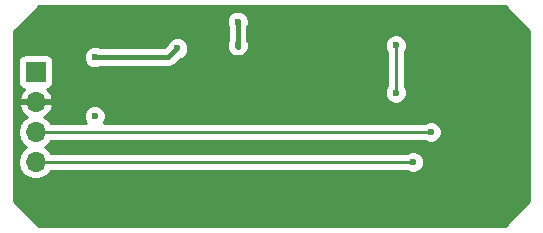
<source format=gbr>
G04 #@! TF.GenerationSoftware,KiCad,Pcbnew,(5.0.0-3-g5ebb6b6)*
G04 #@! TF.CreationDate,2020-03-13T11:28:04-04:00*
G04 #@! TF.ProjectId,Project,50726F6A6563742E6B696361645F7063,rev?*
G04 #@! TF.SameCoordinates,Original*
G04 #@! TF.FileFunction,Copper,L2,Bot,Signal*
G04 #@! TF.FilePolarity,Positive*
%FSLAX46Y46*%
G04 Gerber Fmt 4.6, Leading zero omitted, Abs format (unit mm)*
G04 Created by KiCad (PCBNEW (5.0.0-3-g5ebb6b6)) date Friday, March 13, 2020 at 11:28:04 AM*
%MOMM*%
%LPD*%
G01*
G04 APERTURE LIST*
G04 #@! TA.AperFunction,ComponentPad*
%ADD10R,1.700000X1.700000*%
G04 #@! TD*
G04 #@! TA.AperFunction,ComponentPad*
%ADD11O,1.700000X1.700000*%
G04 #@! TD*
G04 #@! TA.AperFunction,ViaPad*
%ADD12C,0.600000*%
G04 #@! TD*
G04 #@! TA.AperFunction,Conductor*
%ADD13C,0.400000*%
G04 #@! TD*
G04 #@! TA.AperFunction,Conductor*
%ADD14C,0.254000*%
G04 #@! TD*
G04 APERTURE END LIST*
D10*
G04 #@! TO.P,J1,1*
G04 #@! TO.N,VDD*
X100000000Y-101250000D03*
D11*
G04 #@! TO.P,J1,2*
G04 #@! TO.N,GND*
X100000000Y-103790000D03*
G04 #@! TO.P,J1,3*
G04 #@! TO.N,TX*
X100000000Y-106330000D03*
G04 #@! TO.P,J1,4*
G04 #@! TO.N,RX*
X100000000Y-108870000D03*
G04 #@! TD*
D12*
G04 #@! TO.N,GND*
X110500000Y-101000000D03*
X109750000Y-103750000D03*
X110000000Y-96000000D03*
X110000000Y-98000000D03*
X140250000Y-101500000D03*
X140250000Y-103750000D03*
X140250000Y-106250000D03*
X140250000Y-108750000D03*
X140250000Y-111250000D03*
X133500000Y-97750000D03*
X113750000Y-97000000D03*
X123000000Y-97750000D03*
G04 #@! TO.N,VDD*
X105000000Y-100000000D03*
X112000000Y-99250000D03*
G04 #@! TO.N,VBAT*
X105000000Y-105000000D03*
G04 #@! TO.N,RX*
X131970000Y-108870000D03*
G04 #@! TO.N,TX*
X133470000Y-106330000D03*
G04 #@! TO.N,V3_3*
X117100000Y-97000000D03*
X117100000Y-99000000D03*
G04 #@! TO.N,LED1*
X130500000Y-103000000D03*
X130500000Y-99000000D03*
G04 #@! TD*
D13*
G04 #@! TO.N,VDD*
X105000000Y-100000000D02*
X111250000Y-100000000D01*
X111250000Y-100000000D02*
X112000000Y-99250000D01*
X112000000Y-99250000D02*
X112000000Y-99250000D01*
D14*
G04 #@! TO.N,RX*
X100000000Y-108870000D02*
X131130000Y-108870000D01*
X130870000Y-108870000D02*
X131130000Y-108870000D01*
X131130000Y-108870000D02*
X130870000Y-108870000D01*
X131130000Y-108870000D02*
X131970000Y-108870000D01*
X131970000Y-108870000D02*
X131970000Y-108870000D01*
G04 #@! TO.N,TX*
X100000000Y-106330000D02*
X132330000Y-106330000D01*
X132330000Y-106330000D02*
X133470000Y-106330000D01*
X133470000Y-106330000D02*
X133470000Y-106330000D01*
D13*
G04 #@! TO.N,V3_3*
X117100000Y-97000000D02*
X117100000Y-99000000D01*
X117100000Y-99000000D02*
X117100000Y-99100000D01*
D14*
G04 #@! TO.N,LED1*
X130500000Y-103000000D02*
X130500000Y-99000000D01*
X130500000Y-99000000D02*
X130500000Y-99000000D01*
G04 #@! TD*
G04 #@! TO.N,GND*
G36*
X141790000Y-97794092D02*
X141790001Y-112205907D01*
X139705910Y-114290000D01*
X100294092Y-114290000D01*
X98210000Y-112205910D01*
X98210000Y-106330000D01*
X98485908Y-106330000D01*
X98601161Y-106909418D01*
X98929375Y-107400625D01*
X99227761Y-107600000D01*
X98929375Y-107799375D01*
X98601161Y-108290582D01*
X98485908Y-108870000D01*
X98601161Y-109449418D01*
X98929375Y-109940625D01*
X99420582Y-110268839D01*
X99853744Y-110355000D01*
X100146256Y-110355000D01*
X100579418Y-110268839D01*
X101070625Y-109940625D01*
X101276842Y-109632000D01*
X131409710Y-109632000D01*
X131440365Y-109662655D01*
X131784017Y-109805000D01*
X132155983Y-109805000D01*
X132499635Y-109662655D01*
X132762655Y-109399635D01*
X132905000Y-109055983D01*
X132905000Y-108684017D01*
X132762655Y-108340365D01*
X132499635Y-108077345D01*
X132155983Y-107935000D01*
X131784017Y-107935000D01*
X131440365Y-108077345D01*
X131409710Y-108108000D01*
X101276842Y-108108000D01*
X101070625Y-107799375D01*
X100772239Y-107600000D01*
X101070625Y-107400625D01*
X101276842Y-107092000D01*
X132909710Y-107092000D01*
X132940365Y-107122655D01*
X133284017Y-107265000D01*
X133655983Y-107265000D01*
X133999635Y-107122655D01*
X134262655Y-106859635D01*
X134405000Y-106515983D01*
X134405000Y-106144017D01*
X134262655Y-105800365D01*
X133999635Y-105537345D01*
X133655983Y-105395000D01*
X133284017Y-105395000D01*
X132940365Y-105537345D01*
X132909710Y-105568000D01*
X105754290Y-105568000D01*
X105792655Y-105529635D01*
X105935000Y-105185983D01*
X105935000Y-104814017D01*
X105792655Y-104470365D01*
X105529635Y-104207345D01*
X105185983Y-104065000D01*
X104814017Y-104065000D01*
X104470365Y-104207345D01*
X104207345Y-104470365D01*
X104065000Y-104814017D01*
X104065000Y-105185983D01*
X104207345Y-105529635D01*
X104245710Y-105568000D01*
X101276842Y-105568000D01*
X101070625Y-105259375D01*
X100751522Y-105046157D01*
X100881358Y-104985183D01*
X101271645Y-104556924D01*
X101441476Y-104146890D01*
X101320155Y-103917000D01*
X100127000Y-103917000D01*
X100127000Y-103937000D01*
X99873000Y-103937000D01*
X99873000Y-103917000D01*
X98679845Y-103917000D01*
X98558524Y-104146890D01*
X98728355Y-104556924D01*
X99118642Y-104985183D01*
X99248478Y-105046157D01*
X98929375Y-105259375D01*
X98601161Y-105750582D01*
X98485908Y-106330000D01*
X98210000Y-106330000D01*
X98210000Y-100400000D01*
X98502560Y-100400000D01*
X98502560Y-102100000D01*
X98551843Y-102347765D01*
X98692191Y-102557809D01*
X98902235Y-102698157D01*
X99005708Y-102718739D01*
X98728355Y-103023076D01*
X98558524Y-103433110D01*
X98679845Y-103663000D01*
X99873000Y-103663000D01*
X99873000Y-103643000D01*
X100127000Y-103643000D01*
X100127000Y-103663000D01*
X101320155Y-103663000D01*
X101441476Y-103433110D01*
X101271645Y-103023076D01*
X100994292Y-102718739D01*
X101097765Y-102698157D01*
X101307809Y-102557809D01*
X101448157Y-102347765D01*
X101497440Y-102100000D01*
X101497440Y-100400000D01*
X101448157Y-100152235D01*
X101307809Y-99942191D01*
X101115985Y-99814017D01*
X104065000Y-99814017D01*
X104065000Y-100185983D01*
X104207345Y-100529635D01*
X104470365Y-100792655D01*
X104814017Y-100935000D01*
X105185983Y-100935000D01*
X105427405Y-100835000D01*
X111167767Y-100835000D01*
X111250000Y-100851357D01*
X111332233Y-100835000D01*
X111332237Y-100835000D01*
X111575801Y-100786552D01*
X111852001Y-100602001D01*
X111898587Y-100532280D01*
X112288212Y-100142655D01*
X112529635Y-100042655D01*
X112792655Y-99779635D01*
X112935000Y-99435983D01*
X112935000Y-99064017D01*
X112792655Y-98720365D01*
X112529635Y-98457345D01*
X112185983Y-98315000D01*
X111814017Y-98315000D01*
X111470365Y-98457345D01*
X111207345Y-98720365D01*
X111107345Y-98961788D01*
X110904133Y-99165000D01*
X105427405Y-99165000D01*
X105185983Y-99065000D01*
X104814017Y-99065000D01*
X104470365Y-99207345D01*
X104207345Y-99470365D01*
X104065000Y-99814017D01*
X101115985Y-99814017D01*
X101097765Y-99801843D01*
X100850000Y-99752560D01*
X99150000Y-99752560D01*
X98902235Y-99801843D01*
X98692191Y-99942191D01*
X98551843Y-100152235D01*
X98502560Y-100400000D01*
X98210000Y-100400000D01*
X98210000Y-97794090D01*
X99190073Y-96814017D01*
X116165000Y-96814017D01*
X116165000Y-97185983D01*
X116265000Y-97427405D01*
X116265001Y-98572593D01*
X116165000Y-98814017D01*
X116165000Y-99185983D01*
X116307345Y-99529635D01*
X116570365Y-99792655D01*
X116736927Y-99861647D01*
X116774200Y-99886552D01*
X116818167Y-99895298D01*
X116914017Y-99935000D01*
X117017763Y-99935000D01*
X117100000Y-99951358D01*
X117182237Y-99935000D01*
X117285983Y-99935000D01*
X117381833Y-99895298D01*
X117425801Y-99886552D01*
X117463075Y-99861646D01*
X117629635Y-99792655D01*
X117892655Y-99529635D01*
X118035000Y-99185983D01*
X118035000Y-98814017D01*
X129565000Y-98814017D01*
X129565000Y-99185983D01*
X129707345Y-99529635D01*
X129738001Y-99560291D01*
X129738000Y-102439710D01*
X129707345Y-102470365D01*
X129565000Y-102814017D01*
X129565000Y-103185983D01*
X129707345Y-103529635D01*
X129970365Y-103792655D01*
X130314017Y-103935000D01*
X130685983Y-103935000D01*
X131029635Y-103792655D01*
X131292655Y-103529635D01*
X131435000Y-103185983D01*
X131435000Y-102814017D01*
X131292655Y-102470365D01*
X131262000Y-102439710D01*
X131262000Y-99560290D01*
X131292655Y-99529635D01*
X131435000Y-99185983D01*
X131435000Y-98814017D01*
X131292655Y-98470365D01*
X131029635Y-98207345D01*
X130685983Y-98065000D01*
X130314017Y-98065000D01*
X129970365Y-98207345D01*
X129707345Y-98470365D01*
X129565000Y-98814017D01*
X118035000Y-98814017D01*
X117935000Y-98572595D01*
X117935000Y-97427405D01*
X118035000Y-97185983D01*
X118035000Y-96814017D01*
X117892655Y-96470365D01*
X117629635Y-96207345D01*
X117285983Y-96065000D01*
X116914017Y-96065000D01*
X116570365Y-96207345D01*
X116307345Y-96470365D01*
X116165000Y-96814017D01*
X99190073Y-96814017D01*
X100294092Y-95710000D01*
X139705910Y-95710000D01*
X141790000Y-97794092D01*
X141790000Y-97794092D01*
G37*
X141790000Y-97794092D02*
X141790001Y-112205907D01*
X139705910Y-114290000D01*
X100294092Y-114290000D01*
X98210000Y-112205910D01*
X98210000Y-106330000D01*
X98485908Y-106330000D01*
X98601161Y-106909418D01*
X98929375Y-107400625D01*
X99227761Y-107600000D01*
X98929375Y-107799375D01*
X98601161Y-108290582D01*
X98485908Y-108870000D01*
X98601161Y-109449418D01*
X98929375Y-109940625D01*
X99420582Y-110268839D01*
X99853744Y-110355000D01*
X100146256Y-110355000D01*
X100579418Y-110268839D01*
X101070625Y-109940625D01*
X101276842Y-109632000D01*
X131409710Y-109632000D01*
X131440365Y-109662655D01*
X131784017Y-109805000D01*
X132155983Y-109805000D01*
X132499635Y-109662655D01*
X132762655Y-109399635D01*
X132905000Y-109055983D01*
X132905000Y-108684017D01*
X132762655Y-108340365D01*
X132499635Y-108077345D01*
X132155983Y-107935000D01*
X131784017Y-107935000D01*
X131440365Y-108077345D01*
X131409710Y-108108000D01*
X101276842Y-108108000D01*
X101070625Y-107799375D01*
X100772239Y-107600000D01*
X101070625Y-107400625D01*
X101276842Y-107092000D01*
X132909710Y-107092000D01*
X132940365Y-107122655D01*
X133284017Y-107265000D01*
X133655983Y-107265000D01*
X133999635Y-107122655D01*
X134262655Y-106859635D01*
X134405000Y-106515983D01*
X134405000Y-106144017D01*
X134262655Y-105800365D01*
X133999635Y-105537345D01*
X133655983Y-105395000D01*
X133284017Y-105395000D01*
X132940365Y-105537345D01*
X132909710Y-105568000D01*
X105754290Y-105568000D01*
X105792655Y-105529635D01*
X105935000Y-105185983D01*
X105935000Y-104814017D01*
X105792655Y-104470365D01*
X105529635Y-104207345D01*
X105185983Y-104065000D01*
X104814017Y-104065000D01*
X104470365Y-104207345D01*
X104207345Y-104470365D01*
X104065000Y-104814017D01*
X104065000Y-105185983D01*
X104207345Y-105529635D01*
X104245710Y-105568000D01*
X101276842Y-105568000D01*
X101070625Y-105259375D01*
X100751522Y-105046157D01*
X100881358Y-104985183D01*
X101271645Y-104556924D01*
X101441476Y-104146890D01*
X101320155Y-103917000D01*
X100127000Y-103917000D01*
X100127000Y-103937000D01*
X99873000Y-103937000D01*
X99873000Y-103917000D01*
X98679845Y-103917000D01*
X98558524Y-104146890D01*
X98728355Y-104556924D01*
X99118642Y-104985183D01*
X99248478Y-105046157D01*
X98929375Y-105259375D01*
X98601161Y-105750582D01*
X98485908Y-106330000D01*
X98210000Y-106330000D01*
X98210000Y-100400000D01*
X98502560Y-100400000D01*
X98502560Y-102100000D01*
X98551843Y-102347765D01*
X98692191Y-102557809D01*
X98902235Y-102698157D01*
X99005708Y-102718739D01*
X98728355Y-103023076D01*
X98558524Y-103433110D01*
X98679845Y-103663000D01*
X99873000Y-103663000D01*
X99873000Y-103643000D01*
X100127000Y-103643000D01*
X100127000Y-103663000D01*
X101320155Y-103663000D01*
X101441476Y-103433110D01*
X101271645Y-103023076D01*
X100994292Y-102718739D01*
X101097765Y-102698157D01*
X101307809Y-102557809D01*
X101448157Y-102347765D01*
X101497440Y-102100000D01*
X101497440Y-100400000D01*
X101448157Y-100152235D01*
X101307809Y-99942191D01*
X101115985Y-99814017D01*
X104065000Y-99814017D01*
X104065000Y-100185983D01*
X104207345Y-100529635D01*
X104470365Y-100792655D01*
X104814017Y-100935000D01*
X105185983Y-100935000D01*
X105427405Y-100835000D01*
X111167767Y-100835000D01*
X111250000Y-100851357D01*
X111332233Y-100835000D01*
X111332237Y-100835000D01*
X111575801Y-100786552D01*
X111852001Y-100602001D01*
X111898587Y-100532280D01*
X112288212Y-100142655D01*
X112529635Y-100042655D01*
X112792655Y-99779635D01*
X112935000Y-99435983D01*
X112935000Y-99064017D01*
X112792655Y-98720365D01*
X112529635Y-98457345D01*
X112185983Y-98315000D01*
X111814017Y-98315000D01*
X111470365Y-98457345D01*
X111207345Y-98720365D01*
X111107345Y-98961788D01*
X110904133Y-99165000D01*
X105427405Y-99165000D01*
X105185983Y-99065000D01*
X104814017Y-99065000D01*
X104470365Y-99207345D01*
X104207345Y-99470365D01*
X104065000Y-99814017D01*
X101115985Y-99814017D01*
X101097765Y-99801843D01*
X100850000Y-99752560D01*
X99150000Y-99752560D01*
X98902235Y-99801843D01*
X98692191Y-99942191D01*
X98551843Y-100152235D01*
X98502560Y-100400000D01*
X98210000Y-100400000D01*
X98210000Y-97794090D01*
X99190073Y-96814017D01*
X116165000Y-96814017D01*
X116165000Y-97185983D01*
X116265000Y-97427405D01*
X116265001Y-98572593D01*
X116165000Y-98814017D01*
X116165000Y-99185983D01*
X116307345Y-99529635D01*
X116570365Y-99792655D01*
X116736927Y-99861647D01*
X116774200Y-99886552D01*
X116818167Y-99895298D01*
X116914017Y-99935000D01*
X117017763Y-99935000D01*
X117100000Y-99951358D01*
X117182237Y-99935000D01*
X117285983Y-99935000D01*
X117381833Y-99895298D01*
X117425801Y-99886552D01*
X117463075Y-99861646D01*
X117629635Y-99792655D01*
X117892655Y-99529635D01*
X118035000Y-99185983D01*
X118035000Y-98814017D01*
X129565000Y-98814017D01*
X129565000Y-99185983D01*
X129707345Y-99529635D01*
X129738001Y-99560291D01*
X129738000Y-102439710D01*
X129707345Y-102470365D01*
X129565000Y-102814017D01*
X129565000Y-103185983D01*
X129707345Y-103529635D01*
X129970365Y-103792655D01*
X130314017Y-103935000D01*
X130685983Y-103935000D01*
X131029635Y-103792655D01*
X131292655Y-103529635D01*
X131435000Y-103185983D01*
X131435000Y-102814017D01*
X131292655Y-102470365D01*
X131262000Y-102439710D01*
X131262000Y-99560290D01*
X131292655Y-99529635D01*
X131435000Y-99185983D01*
X131435000Y-98814017D01*
X131292655Y-98470365D01*
X131029635Y-98207345D01*
X130685983Y-98065000D01*
X130314017Y-98065000D01*
X129970365Y-98207345D01*
X129707345Y-98470365D01*
X129565000Y-98814017D01*
X118035000Y-98814017D01*
X117935000Y-98572595D01*
X117935000Y-97427405D01*
X118035000Y-97185983D01*
X118035000Y-96814017D01*
X117892655Y-96470365D01*
X117629635Y-96207345D01*
X117285983Y-96065000D01*
X116914017Y-96065000D01*
X116570365Y-96207345D01*
X116307345Y-96470365D01*
X116165000Y-96814017D01*
X99190073Y-96814017D01*
X100294092Y-95710000D01*
X139705910Y-95710000D01*
X141790000Y-97794092D01*
G04 #@! TD*
M02*

</source>
